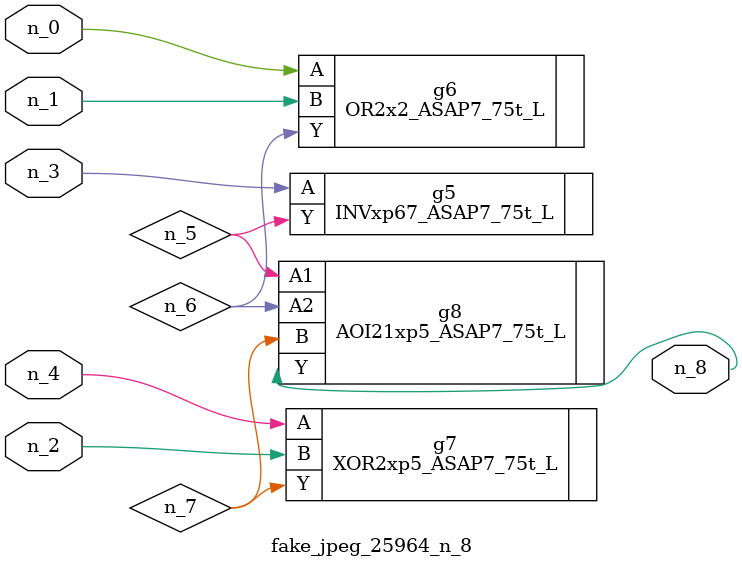
<source format=v>
module fake_jpeg_25964_n_8 (n_3, n_2, n_1, n_0, n_4, n_8);

input n_3;
input n_2;
input n_1;
input n_0;
input n_4;

output n_8;

wire n_6;
wire n_5;
wire n_7;

INVxp67_ASAP7_75t_L g5 ( 
.A(n_3),
.Y(n_5)
);

OR2x2_ASAP7_75t_L g6 ( 
.A(n_0),
.B(n_1),
.Y(n_6)
);

XOR2xp5_ASAP7_75t_L g7 ( 
.A(n_4),
.B(n_2),
.Y(n_7)
);

AOI21xp5_ASAP7_75t_L g8 ( 
.A1(n_5),
.A2(n_6),
.B(n_7),
.Y(n_8)
);


endmodule
</source>
